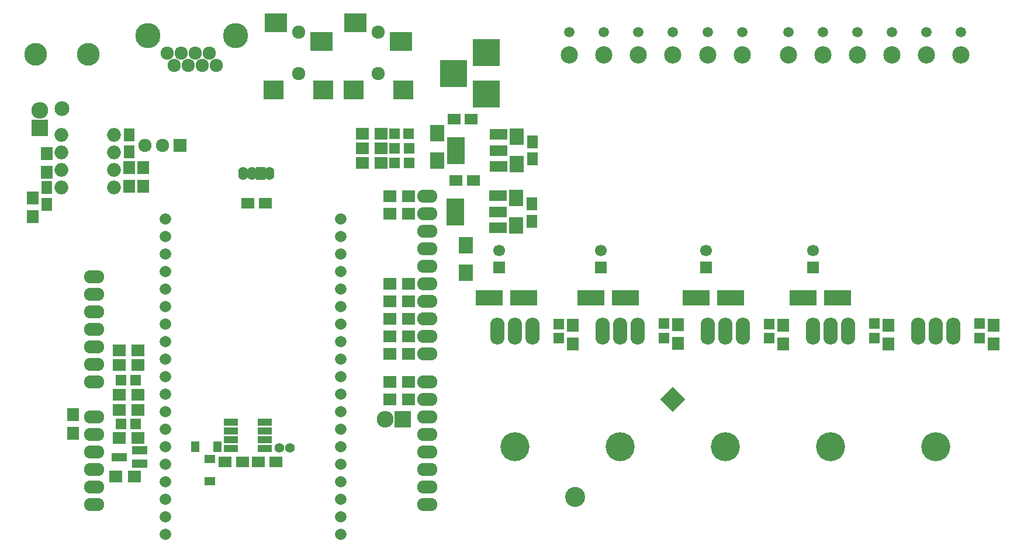
<source format=gbr>
G04 #@! TF.FileFunction,Soldermask,Top*
%FSLAX46Y46*%
G04 Gerber Fmt 4.6, Leading zero omitted, Abs format (unit mm)*
G04 Created by KiCad (PCBNEW 4.0.2+dfsg1-stable) date Mon 20 Aug 2018 02:01:52 PM EDT*
%MOMM*%
G01*
G04 APERTURE LIST*
%ADD10C,0.100000*%
%ADD11O,2.940000X1.924000*%
%ADD12R,1.900000X1.650000*%
%ADD13R,1.650000X1.900000*%
%ADD14C,3.651200*%
%ADD15C,1.924000*%
%ADD16C,2.150000*%
%ADD17C,3.300000*%
%ADD18R,1.598880X1.598880*%
%ADD19R,1.900000X1.700000*%
%ADD20C,1.920000*%
%ADD21R,1.920000X1.920000*%
%ADD22R,1.700000X1.900000*%
%ADD23O,2.000000X2.000000*%
%ADD24R,3.900120X3.900120*%
%ADD25C,2.500000*%
%ADD26C,1.500000*%
%ADD27C,1.700000*%
%ADD28R,1.700000X1.700000*%
%ADD29O,2.099260X3.900120*%
%ADD30C,4.199840*%
%ADD31R,2.600000X1.600000*%
%ADD32R,2.600000X3.900000*%
%ADD33C,1.400760*%
%ADD34O,1.400000X1.900000*%
%ADD35R,1.400000X1.900000*%
%ADD36R,2.000000X1.100000*%
%ADD37R,2.200860X1.200100*%
%ADD38R,3.900120X2.200860*%
%ADD39R,2.432000X2.432000*%
%ADD40O,2.432000X2.432000*%
%ADD41R,1.310000X1.620000*%
%ADD42R,1.620000X1.310000*%
%ADD43C,2.900000*%
%ADD44R,3.200000X2.800000*%
%ADD45R,2.900000X2.800000*%
%ADD46C,1.670000*%
%ADD47R,2.000000X2.400000*%
G04 APERTURE END LIST*
D10*
D11*
X31496000Y-119888000D03*
X31496000Y-117348000D03*
X31496000Y-114808000D03*
X31496000Y-107188000D03*
X31496000Y-109728000D03*
X31496000Y-112268000D03*
X31496000Y-102108000D03*
X31496000Y-99568000D03*
X31496000Y-97028000D03*
X31496000Y-91948000D03*
X31496000Y-89408000D03*
X79756000Y-119888000D03*
X79756000Y-117348000D03*
X79756000Y-114808000D03*
X79756000Y-112268000D03*
X79756000Y-109728000D03*
X79756000Y-107188000D03*
X79756000Y-104648000D03*
X79756000Y-102108000D03*
X79756000Y-98044000D03*
X79756000Y-95504000D03*
X79756000Y-92964000D03*
X79756000Y-90424000D03*
X79756000Y-87884000D03*
X79756000Y-85344000D03*
X79756000Y-82804000D03*
X79756000Y-80264000D03*
X31496000Y-94488000D03*
X79756000Y-77724000D03*
X79756000Y-75184000D03*
X31496000Y-86868000D03*
D12*
X83916200Y-72974200D03*
X86416200Y-72974200D03*
D13*
X94996000Y-67330000D03*
X94996000Y-69830000D03*
D14*
X51943000Y-51943000D03*
X39243000Y-51943000D03*
D15*
X48133000Y-54483000D03*
X46101000Y-54483000D03*
X44069000Y-54483000D03*
X42037000Y-54483000D03*
X49149000Y-56261000D03*
X47117000Y-56261000D03*
X45085000Y-56261000D03*
X43053000Y-56261000D03*
D16*
X26822400Y-62486200D03*
D17*
X30622400Y-54686200D03*
X23022400Y-54686200D03*
D18*
X35399980Y-101854000D03*
X37498020Y-101854000D03*
D19*
X37799000Y-99695000D03*
X35099000Y-99695000D03*
D18*
X37498020Y-108204000D03*
X35399980Y-108204000D03*
D19*
X35099000Y-106172000D03*
X37799000Y-106172000D03*
D20*
X41402000Y-67818000D03*
X38862000Y-67818000D03*
D21*
X43942000Y-67818000D03*
D13*
X36576000Y-68814000D03*
X36576000Y-66314000D03*
D22*
X36576000Y-71040000D03*
X36576000Y-73740000D03*
X38608000Y-73740000D03*
X38608000Y-71040000D03*
D23*
X34366200Y-73914000D03*
X34366200Y-71374000D03*
X34366200Y-68834000D03*
X34366200Y-66294000D03*
X26746200Y-66294000D03*
X26746200Y-68834000D03*
X26746200Y-71374000D03*
X26746200Y-73914000D03*
D24*
X88265000Y-60429140D03*
X88265000Y-54429660D03*
X83566000Y-57429400D03*
D25*
X157033000Y-54737000D03*
X152033000Y-54737000D03*
D26*
X157033000Y-51437000D03*
X152033000Y-51437000D03*
D25*
X147033000Y-54737000D03*
X142033000Y-54737000D03*
X137033000Y-54737000D03*
X132033000Y-54737000D03*
D26*
X147033000Y-51437000D03*
X142033000Y-51437000D03*
X137033000Y-51437000D03*
X132033000Y-51437000D03*
D25*
X125330000Y-54735000D03*
X120330000Y-54735000D03*
D26*
X125330000Y-51435000D03*
X120330000Y-51435000D03*
D25*
X115330000Y-54735000D03*
X110330000Y-54735000D03*
X105330000Y-54735000D03*
X100330000Y-54735000D03*
D26*
X115330000Y-51435000D03*
X110330000Y-51435000D03*
X105330000Y-51435000D03*
X100330000Y-51435000D03*
D27*
X120142000Y-83058000D03*
D28*
X120142000Y-85558000D03*
D27*
X104902000Y-83058000D03*
D28*
X104902000Y-85558000D03*
D27*
X90170000Y-83058000D03*
D28*
X90170000Y-85558000D03*
D29*
X153416000Y-94742000D03*
X155956000Y-94742000D03*
X150876000Y-94742000D03*
D30*
X153416000Y-111506000D03*
D29*
X122936000Y-94742000D03*
X125476000Y-94742000D03*
X120396000Y-94742000D03*
D30*
X122936000Y-111506000D03*
D29*
X107696000Y-94742000D03*
X110236000Y-94742000D03*
X105156000Y-94742000D03*
D30*
X107696000Y-111506000D03*
D29*
X92456000Y-94742000D03*
X94996000Y-94742000D03*
X89916000Y-94742000D03*
D30*
X92456000Y-111506000D03*
D27*
X135636000Y-83058000D03*
D28*
X135636000Y-85558000D03*
D29*
X138176000Y-94742000D03*
X140716000Y-94742000D03*
X135636000Y-94742000D03*
D30*
X138176000Y-111506000D03*
D18*
X77049898Y-66144910D03*
X74951858Y-66144910D03*
X77075298Y-68303910D03*
X74977258Y-68303910D03*
X77075298Y-70412110D03*
X74977258Y-70412110D03*
X159766000Y-95791020D03*
X159766000Y-93692980D03*
X129286000Y-95824040D03*
X129286000Y-93726000D03*
X114046000Y-95791020D03*
X114046000Y-93692980D03*
X98806000Y-95824040D03*
X98806000Y-93726000D03*
X144526000Y-95791020D03*
X144526000Y-93692980D03*
D19*
X73032878Y-66144910D03*
X70332878Y-66144910D03*
X73058278Y-68303910D03*
X70358278Y-68303910D03*
X73058278Y-70412110D03*
X70358278Y-70412110D03*
D22*
X161798000Y-93900000D03*
X161798000Y-96600000D03*
X131318000Y-93916500D03*
X131318000Y-96616500D03*
X116078000Y-93878400D03*
X116078000Y-96578400D03*
X100838000Y-93916500D03*
X100838000Y-96616500D03*
X146558000Y-93900000D03*
X146558000Y-96600000D03*
D31*
X89968000Y-75170000D03*
X89968000Y-77470000D03*
X89968000Y-79770000D03*
D32*
X83768000Y-77470000D03*
D33*
X58318400Y-111683800D03*
X59817000Y-111683800D03*
D34*
X56896000Y-71882000D03*
D35*
X55626000Y-71882000D03*
D34*
X54356000Y-71882000D03*
X53086000Y-71882000D03*
D12*
X57790400Y-113715800D03*
X55290400Y-113715800D03*
D36*
X56211400Y-109270800D03*
X56211400Y-110540800D03*
X56211400Y-108000800D03*
X56211400Y-111810800D03*
X51281400Y-108000800D03*
X51281400Y-109270800D03*
X51281400Y-110540800D03*
X51281400Y-111810800D03*
D13*
X24638000Y-73934000D03*
X24638000Y-76434000D03*
D12*
X52944400Y-113715800D03*
X50444400Y-113715800D03*
X53741000Y-76263500D03*
X56241000Y-76263500D03*
D13*
X94869000Y-76347000D03*
X94869000Y-78847000D03*
D19*
X37799000Y-110236000D03*
X35099000Y-110236000D03*
X37291000Y-115824000D03*
X34591000Y-115824000D03*
X37846000Y-104013000D03*
X35146000Y-104013000D03*
X35099000Y-97536000D03*
X37799000Y-97536000D03*
D22*
X24638000Y-69008000D03*
X24638000Y-71708000D03*
X22555200Y-78159600D03*
X22555200Y-75459600D03*
D19*
X77042000Y-75184000D03*
X74342000Y-75184000D03*
X77042000Y-77724000D03*
X74342000Y-77724000D03*
D22*
X28448000Y-109554000D03*
X28448000Y-106854000D03*
D19*
X74342000Y-95504000D03*
X77042000Y-95504000D03*
X74342000Y-92964000D03*
X77042000Y-92964000D03*
X74342000Y-90424000D03*
X77042000Y-90424000D03*
X74342000Y-87884000D03*
X77042000Y-87884000D03*
X77042000Y-102108000D03*
X74342000Y-102108000D03*
X77042000Y-104648000D03*
X74342000Y-104648000D03*
X74342000Y-98044000D03*
X77042000Y-98044000D03*
D37*
X38077140Y-113980000D03*
X38077140Y-112080000D03*
X35074860Y-113030000D03*
D38*
X134193280Y-89916000D03*
X139192000Y-89916000D03*
X118699280Y-89916000D03*
X123698000Y-89916000D03*
X103459280Y-89916000D03*
X108458000Y-89916000D03*
X88727280Y-89916000D03*
X93726000Y-89916000D03*
D39*
X23622000Y-65278000D03*
D40*
X23622000Y-62738000D03*
D41*
X49361600Y-111506000D03*
X46091600Y-111506000D03*
D42*
X48234600Y-113300000D03*
X48234600Y-116570000D03*
D10*
G36*
X115316000Y-102830736D02*
X117133264Y-104648000D01*
X115316000Y-106465264D01*
X113498736Y-104648000D01*
X115316000Y-102830736D01*
X115316000Y-102830736D01*
G37*
D43*
X101173864Y-118790136D03*
D12*
X86086000Y-64008000D03*
X83586000Y-64008000D03*
D15*
X72644000Y-51404000D03*
X72644000Y-57404000D03*
D44*
X69344000Y-50104000D03*
X75944000Y-52804000D03*
D45*
X76244000Y-59804000D03*
X69044000Y-59804000D03*
D15*
X61087000Y-51404000D03*
X61087000Y-57404000D03*
D44*
X57787000Y-50104000D03*
X64387000Y-52804000D03*
D45*
X64687000Y-59804000D03*
X57487000Y-59804000D03*
D31*
X90043000Y-66280000D03*
X90043000Y-68580000D03*
X90043000Y-70880000D03*
D32*
X83843000Y-68580000D03*
D46*
X67183000Y-124206000D03*
X67183000Y-121666000D03*
X67183000Y-119126000D03*
X67183000Y-116586000D03*
X67183000Y-114046000D03*
X67183000Y-111506000D03*
X67183000Y-108966000D03*
X67183000Y-106426000D03*
X67183000Y-103886000D03*
X67183000Y-101346000D03*
X67183000Y-98806000D03*
X67183000Y-96266000D03*
X67183000Y-93726000D03*
X67183000Y-91186000D03*
X67183000Y-88646000D03*
X67183000Y-86106000D03*
X67183000Y-81026000D03*
X67183000Y-83566000D03*
X67183000Y-78486000D03*
X41783000Y-103886000D03*
X41783000Y-98806000D03*
X41783000Y-106426000D03*
X41783000Y-93726000D03*
X41783000Y-101346000D03*
X41783000Y-96266000D03*
X41783000Y-88646000D03*
X41783000Y-81026000D03*
X41783000Y-91186000D03*
X41783000Y-86106000D03*
X41783000Y-78486000D03*
X41783000Y-83566000D03*
X41783000Y-116586000D03*
X41783000Y-114046000D03*
X41783000Y-119126000D03*
X41783000Y-121666000D03*
X41783000Y-124206000D03*
X41783000Y-108966000D03*
X41783000Y-111506000D03*
D47*
X92583000Y-75470000D03*
X92583000Y-79470000D03*
X92710000Y-66580000D03*
X92710000Y-70580000D03*
X85344000Y-82328000D03*
X85344000Y-86328000D03*
X81153000Y-70072000D03*
X81153000Y-66072000D03*
D39*
X76200000Y-107569000D03*
D40*
X73660000Y-107569000D03*
M02*

</source>
